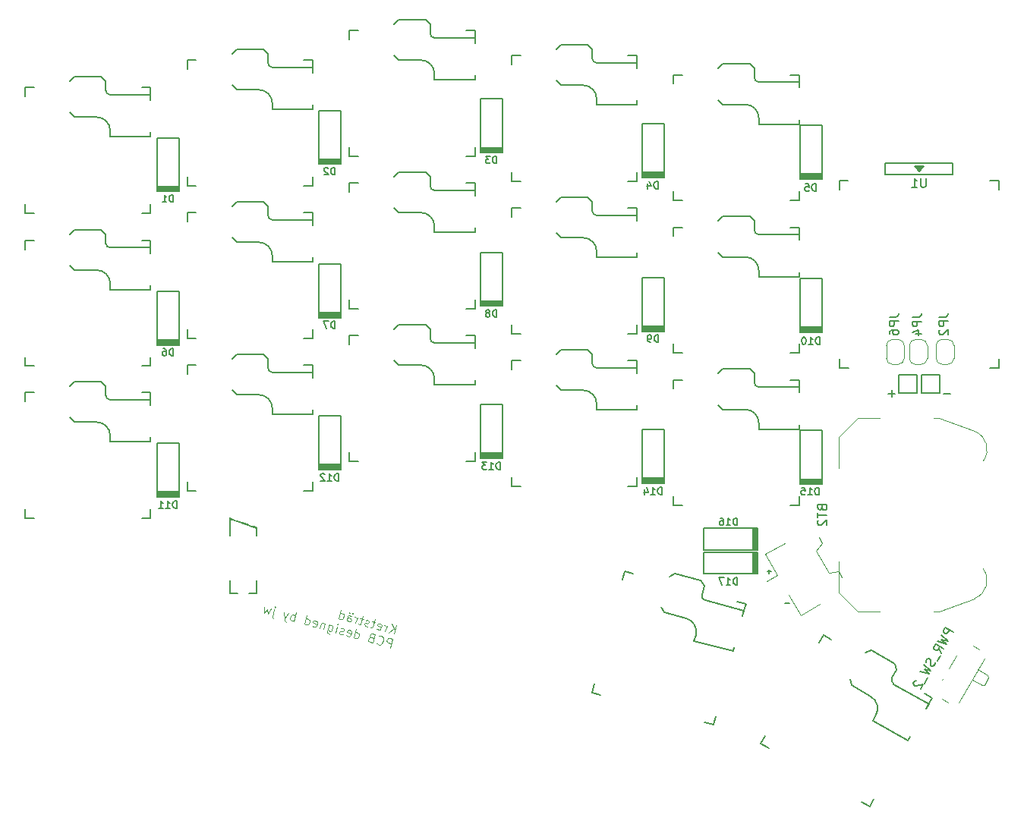
<source format=gbr>
G04 #@! TF.GenerationSoftware,KiCad,Pcbnew,(6.0.6)*
G04 #@! TF.CreationDate,2022-07-07T11:40:50+08:00*
G04 #@! TF.ProjectId,Kretstr_d,4b726574-7374-472e-9464-2e6b69636164,rev?*
G04 #@! TF.SameCoordinates,Original*
G04 #@! TF.FileFunction,Legend,Bot*
G04 #@! TF.FilePolarity,Positive*
%FSLAX46Y46*%
G04 Gerber Fmt 4.6, Leading zero omitted, Abs format (unit mm)*
G04 Created by KiCad (PCBNEW (6.0.6)) date 2022-07-07 11:40:50*
%MOMM*%
%LPD*%
G01*
G04 APERTURE LIST*
%ADD10C,0.150000*%
%ADD11C,0.125000*%
%ADD12C,0.200000*%
%ADD13C,0.120000*%
%ADD14C,0.178000*%
G04 APERTURE END LIST*
D10*
X165218107Y-113368142D02*
X165675250Y-113368142D01*
X165446678Y-113139571D02*
X165446678Y-113596714D01*
X184858976Y-93473107D02*
X185620881Y-93473107D01*
X178712176Y-93473107D02*
X179474081Y-93473107D01*
X179093129Y-93854059D02*
X179093129Y-93092155D01*
X167199307Y-116873342D02*
X167656450Y-116873342D01*
D11*
X123577052Y-120301063D02*
X123844291Y-119337433D01*
X123026406Y-120148356D02*
X123592098Y-119712240D01*
X123293645Y-119184725D02*
X123691583Y-119888079D01*
X122613422Y-120033825D02*
X122791581Y-119391405D01*
X122740678Y-119574953D02*
X122720242Y-119470453D01*
X122687081Y-119411840D01*
X122608032Y-119340502D01*
X122516258Y-119315051D01*
X121662517Y-119720699D02*
X121741566Y-119792038D01*
X121925114Y-119842940D01*
X122029614Y-119822504D01*
X122100953Y-119743456D01*
X122202758Y-119376358D01*
X122182322Y-119271858D01*
X122103273Y-119200520D01*
X121919724Y-119149617D01*
X121815225Y-119170053D01*
X121743886Y-119249102D01*
X121718435Y-119340876D01*
X122151855Y-119559907D01*
X121506740Y-119035087D02*
X121139643Y-118933282D01*
X121458158Y-118675700D02*
X121229097Y-119501669D01*
X121157758Y-119580717D01*
X121053258Y-119601153D01*
X120961484Y-119575702D01*
X120698886Y-119453461D02*
X120594386Y-119473897D01*
X120410838Y-119422994D01*
X120331789Y-119351656D01*
X120311353Y-119247156D01*
X120324079Y-119201269D01*
X120395417Y-119122220D01*
X120499917Y-119101784D01*
X120637579Y-119139961D01*
X120742079Y-119119525D01*
X120813417Y-119040476D01*
X120826143Y-118994589D01*
X120805707Y-118890089D01*
X120726658Y-118818751D01*
X120588997Y-118780574D01*
X120484497Y-118801010D01*
X120176012Y-118666043D02*
X119808915Y-118564238D01*
X120127430Y-118306656D02*
X119898369Y-119132625D01*
X119827030Y-119211674D01*
X119722530Y-119232110D01*
X119630756Y-119206658D01*
X119309546Y-119117579D02*
X119487705Y-118475159D01*
X119436802Y-118658707D02*
X119416366Y-118554207D01*
X119383205Y-118495595D01*
X119304156Y-118424256D01*
X119212382Y-118398805D01*
X118300028Y-118837615D02*
X118440010Y-118332856D01*
X118511349Y-118253808D01*
X118615849Y-118233372D01*
X118799397Y-118284274D01*
X118878446Y-118355613D01*
X118312754Y-118791728D02*
X118391803Y-118863066D01*
X118621238Y-118926694D01*
X118725738Y-118906259D01*
X118797077Y-118827210D01*
X118822528Y-118735436D01*
X118802092Y-118630936D01*
X118723043Y-118559597D01*
X118493608Y-118495969D01*
X118414559Y-118424631D01*
X118980251Y-117988515D02*
X118921638Y-118021677D01*
X118954800Y-118080290D01*
X119013413Y-118047128D01*
X118980251Y-117988515D01*
X118954800Y-118080290D01*
X118613154Y-117886710D02*
X118554541Y-117919872D01*
X118587703Y-117978485D01*
X118646315Y-117945323D01*
X118613154Y-117886710D01*
X118587703Y-117978485D01*
X117428172Y-118595828D02*
X117695410Y-117632197D01*
X117440898Y-118549941D02*
X117519946Y-118621279D01*
X117703495Y-118672182D01*
X117807995Y-118651746D01*
X117866608Y-118618584D01*
X117937946Y-118539536D01*
X118014300Y-118264213D01*
X117993864Y-118159713D01*
X117960703Y-118101100D01*
X117881654Y-118029761D01*
X117698105Y-117978859D01*
X117593605Y-117999295D01*
X123146798Y-121852508D02*
X123414037Y-120888878D01*
X123046939Y-120787073D01*
X122942439Y-120807509D01*
X122883826Y-120840670D01*
X122812488Y-120919719D01*
X122774311Y-121057380D01*
X122794747Y-121161880D01*
X122827909Y-121220493D01*
X122906957Y-121291832D01*
X123274055Y-121393637D01*
X121657973Y-121340788D02*
X121691135Y-121399401D01*
X121816070Y-121483465D01*
X121907845Y-121508916D01*
X122058232Y-121501206D01*
X122175457Y-121434883D01*
X122246796Y-121355834D01*
X122343586Y-121185011D01*
X122381763Y-121047350D01*
X122386778Y-120851075D01*
X122366342Y-120746575D01*
X122300019Y-120629350D01*
X122175083Y-120545286D01*
X122083309Y-120519834D01*
X121932922Y-120527545D01*
X121874309Y-120560706D01*
X121038309Y-120724193D02*
X120887922Y-120731903D01*
X120829309Y-120765065D01*
X120757971Y-120844114D01*
X120719794Y-120981775D01*
X120740230Y-121086275D01*
X120773391Y-121144888D01*
X120852440Y-121216226D01*
X121219537Y-121318032D01*
X121486776Y-120354401D01*
X121165565Y-120265322D01*
X121061066Y-120285757D01*
X121002453Y-120318919D01*
X120931114Y-120397968D01*
X120905663Y-120489742D01*
X120926099Y-120594242D01*
X120959260Y-120652855D01*
X121038309Y-120724193D01*
X121359519Y-120813273D01*
X119108728Y-120732652D02*
X119375966Y-119769022D01*
X119121453Y-120686765D02*
X119200502Y-120758103D01*
X119384051Y-120809006D01*
X119488551Y-120788570D01*
X119547163Y-120755409D01*
X119618502Y-120676360D01*
X119694856Y-120401037D01*
X119674420Y-120296537D01*
X119641258Y-120237924D01*
X119562210Y-120166586D01*
X119378661Y-120115683D01*
X119274161Y-120136119D01*
X118295484Y-120457704D02*
X118374533Y-120529042D01*
X118558082Y-120579945D01*
X118662582Y-120559509D01*
X118733920Y-120480460D01*
X118835725Y-120113363D01*
X118815289Y-120008863D01*
X118736241Y-119937524D01*
X118552692Y-119886622D01*
X118448192Y-119907058D01*
X118376854Y-119986106D01*
X118351402Y-120077881D01*
X118784823Y-120296911D01*
X117882500Y-120343173D02*
X117778000Y-120363609D01*
X117594451Y-120312706D01*
X117515403Y-120241368D01*
X117494967Y-120136868D01*
X117507692Y-120090981D01*
X117579031Y-120011932D01*
X117683531Y-119991496D01*
X117821192Y-120029673D01*
X117925692Y-120009237D01*
X117997031Y-119930188D01*
X118009756Y-119884301D01*
X117989320Y-119779801D01*
X117910272Y-119708463D01*
X117772610Y-119670286D01*
X117668110Y-119690722D01*
X117043805Y-120159999D02*
X117221964Y-119517578D01*
X117311044Y-119196368D02*
X117344205Y-119254981D01*
X117285592Y-119288142D01*
X117252431Y-119229530D01*
X117311044Y-119196368D01*
X117285592Y-119288142D01*
X116350108Y-119275791D02*
X116133772Y-120055873D01*
X116154208Y-120160373D01*
X116187370Y-120218986D01*
X116266418Y-120290324D01*
X116404080Y-120328501D01*
X116508580Y-120308065D01*
X116184675Y-119872324D02*
X116263723Y-119943663D01*
X116447272Y-119994565D01*
X116551772Y-119974129D01*
X116610385Y-119940968D01*
X116681723Y-119861919D01*
X116758077Y-119586596D01*
X116737641Y-119482096D01*
X116704480Y-119423483D01*
X116625431Y-119352145D01*
X116441882Y-119301242D01*
X116337382Y-119321678D01*
X115891236Y-119148535D02*
X115713078Y-119790955D01*
X115865785Y-119240309D02*
X115832624Y-119181696D01*
X115753575Y-119110358D01*
X115615913Y-119072181D01*
X115511413Y-119092617D01*
X115440075Y-119171666D01*
X115300093Y-119676424D01*
X114486850Y-119401476D02*
X114565898Y-119472814D01*
X114749447Y-119523717D01*
X114853947Y-119503281D01*
X114925285Y-119424232D01*
X115027091Y-119057135D01*
X115006655Y-118952635D01*
X114927606Y-118881296D01*
X114744057Y-118830394D01*
X114639557Y-118850830D01*
X114568219Y-118929878D01*
X114542768Y-119021653D01*
X114976188Y-119240683D01*
X113602268Y-119205576D02*
X113869506Y-118241945D01*
X113614994Y-119159689D02*
X113694042Y-119231027D01*
X113877591Y-119281930D01*
X113982091Y-119261494D01*
X114040704Y-119228332D01*
X114112042Y-119149283D01*
X114188396Y-118873960D01*
X114167960Y-118769461D01*
X114134799Y-118710848D01*
X114055750Y-118639509D01*
X113872201Y-118588607D01*
X113767701Y-118609043D01*
X112409202Y-118874709D02*
X112676440Y-117911079D01*
X112574635Y-118278176D02*
X112495586Y-118206838D01*
X112312038Y-118155935D01*
X112207538Y-118176371D01*
X112148925Y-118209533D01*
X112077586Y-118288581D01*
X112001233Y-118563904D01*
X112021668Y-118668404D01*
X112054830Y-118727017D01*
X112133879Y-118798355D01*
X112317427Y-118849258D01*
X112421927Y-118828822D01*
X111807279Y-118015953D02*
X111399684Y-118594745D01*
X111348407Y-117888697D02*
X111399684Y-118594745D01*
X111427830Y-118849632D01*
X111460992Y-118908245D01*
X111540040Y-118979584D01*
X110247115Y-117583281D02*
X110018054Y-118409250D01*
X110038490Y-118513750D01*
X110117538Y-118585089D01*
X110163425Y-118597814D01*
X110336195Y-117262071D02*
X110369356Y-117320684D01*
X110310743Y-117353846D01*
X110277582Y-117295233D01*
X110336195Y-117262071D01*
X110310743Y-117353846D01*
X109880018Y-117481476D02*
X109518310Y-118072994D01*
X109462018Y-117563220D01*
X109151213Y-117971189D01*
X109145823Y-117277866D01*
D10*
X117387413Y-103230573D02*
X117387413Y-102430573D01*
X117196937Y-102430573D01*
X117082651Y-102468669D01*
X117006461Y-102544859D01*
X116968365Y-102621049D01*
X116930270Y-102773430D01*
X116930270Y-102887716D01*
X116968365Y-103040097D01*
X117006461Y-103116288D01*
X117082651Y-103192478D01*
X117196937Y-103230573D01*
X117387413Y-103230573D01*
X116168365Y-103230573D02*
X116625508Y-103230573D01*
X116396937Y-103230573D02*
X116396937Y-102430573D01*
X116473127Y-102544859D01*
X116549318Y-102621049D01*
X116625508Y-102659145D01*
X115863604Y-102506764D02*
X115825508Y-102468669D01*
X115749318Y-102430573D01*
X115558842Y-102430573D01*
X115482651Y-102468669D01*
X115444556Y-102506764D01*
X115406461Y-102582954D01*
X115406461Y-102659145D01*
X115444556Y-102773430D01*
X115901699Y-103230573D01*
X115406461Y-103230573D01*
X171048613Y-87990744D02*
X171048613Y-87190744D01*
X170858137Y-87190744D01*
X170743851Y-87228840D01*
X170667661Y-87305030D01*
X170629565Y-87381220D01*
X170591470Y-87533601D01*
X170591470Y-87647887D01*
X170629565Y-87800268D01*
X170667661Y-87876459D01*
X170743851Y-87952649D01*
X170858137Y-87990744D01*
X171048613Y-87990744D01*
X169829565Y-87990744D02*
X170286708Y-87990744D01*
X170058137Y-87990744D02*
X170058137Y-87190744D01*
X170134327Y-87305030D01*
X170210518Y-87381220D01*
X170286708Y-87419316D01*
X169334327Y-87190744D02*
X169258137Y-87190744D01*
X169181946Y-87228840D01*
X169143851Y-87266935D01*
X169105756Y-87343125D01*
X169067661Y-87495506D01*
X169067661Y-87685982D01*
X169105756Y-87838363D01*
X169143851Y-87914554D01*
X169181946Y-87952649D01*
X169258137Y-87990744D01*
X169334327Y-87990744D01*
X169410518Y-87952649D01*
X169448613Y-87914554D01*
X169486708Y-87838363D01*
X169524804Y-87685982D01*
X169524804Y-87495506D01*
X169486708Y-87343125D01*
X169448613Y-87266935D01*
X169410518Y-87228840D01*
X169334327Y-87190744D01*
X182914879Y-69474980D02*
X182914879Y-70284504D01*
X182867260Y-70379742D01*
X182819641Y-70427361D01*
X182724403Y-70474980D01*
X182533927Y-70474980D01*
X182438689Y-70427361D01*
X182391070Y-70379742D01*
X182343451Y-70284504D01*
X182343451Y-69474980D01*
X181343451Y-70474980D02*
X181914879Y-70474980D01*
X181629165Y-70474980D02*
X181629165Y-69474980D01*
X181724403Y-69617838D01*
X181819641Y-69713076D01*
X181914879Y-69760695D01*
X161865223Y-114837840D02*
X161865223Y-114037840D01*
X161674747Y-114037840D01*
X161560461Y-114075936D01*
X161484271Y-114152126D01*
X161446175Y-114228316D01*
X161408080Y-114380697D01*
X161408080Y-114494983D01*
X161446175Y-114647364D01*
X161484271Y-114723555D01*
X161560461Y-114799745D01*
X161674747Y-114837840D01*
X161865223Y-114837840D01*
X160646175Y-114837840D02*
X161103318Y-114837840D01*
X160874747Y-114837840D02*
X160874747Y-114037840D01*
X160950937Y-114152126D01*
X161027128Y-114228316D01*
X161103318Y-114266412D01*
X160379509Y-114037840D02*
X159846175Y-114037840D01*
X160189033Y-114837840D01*
X153074461Y-87736573D02*
X153074461Y-86936573D01*
X152883985Y-86936573D01*
X152769699Y-86974669D01*
X152693508Y-87050859D01*
X152655413Y-87127049D01*
X152617318Y-87279430D01*
X152617318Y-87393716D01*
X152655413Y-87546097D01*
X152693508Y-87622288D01*
X152769699Y-87698478D01*
X152883985Y-87736573D01*
X153074461Y-87736573D01*
X152236365Y-87736573D02*
X152083985Y-87736573D01*
X152007794Y-87698478D01*
X151969699Y-87660383D01*
X151893508Y-87546097D01*
X151855413Y-87393716D01*
X151855413Y-87088954D01*
X151893508Y-87012764D01*
X151931604Y-86974669D01*
X152007794Y-86936573D01*
X152160175Y-86936573D01*
X152236365Y-86974669D01*
X152274461Y-87012764D01*
X152312556Y-87088954D01*
X152312556Y-87279430D01*
X152274461Y-87355621D01*
X152236365Y-87393716D01*
X152160175Y-87431811D01*
X152007794Y-87431811D01*
X151931604Y-87393716D01*
X151893508Y-87355621D01*
X151855413Y-87279430D01*
X153023661Y-70616773D02*
X153023661Y-69816773D01*
X152833185Y-69816773D01*
X152718899Y-69854869D01*
X152642708Y-69931059D01*
X152604613Y-70007249D01*
X152566518Y-70159630D01*
X152566518Y-70273916D01*
X152604613Y-70426297D01*
X152642708Y-70502488D01*
X152718899Y-70578678D01*
X152833185Y-70616773D01*
X153023661Y-70616773D01*
X151880804Y-70083440D02*
X151880804Y-70616773D01*
X152071280Y-69778678D02*
X152261756Y-70350107D01*
X151766518Y-70350107D01*
X153455413Y-104754573D02*
X153455413Y-103954573D01*
X153264937Y-103954573D01*
X153150651Y-103992669D01*
X153074461Y-104068859D01*
X153036365Y-104145049D01*
X152998270Y-104297430D01*
X152998270Y-104411716D01*
X153036365Y-104564097D01*
X153074461Y-104640288D01*
X153150651Y-104716478D01*
X153264937Y-104754573D01*
X153455413Y-104754573D01*
X152236365Y-104754573D02*
X152693508Y-104754573D01*
X152464937Y-104754573D02*
X152464937Y-103954573D01*
X152541127Y-104068859D01*
X152617318Y-104145049D01*
X152693508Y-104183145D01*
X151550651Y-104221240D02*
X151550651Y-104754573D01*
X151741127Y-103916478D02*
X151931604Y-104487907D01*
X151436365Y-104487907D01*
X98972461Y-72130072D02*
X98972461Y-71330072D01*
X98781985Y-71330072D01*
X98667699Y-71368168D01*
X98591508Y-71444358D01*
X98553413Y-71520548D01*
X98515318Y-71672929D01*
X98515318Y-71787215D01*
X98553413Y-71939596D01*
X98591508Y-72015787D01*
X98667699Y-72091977D01*
X98781985Y-72130072D01*
X98972461Y-72130072D01*
X97753413Y-72130072D02*
X98210556Y-72130072D01*
X97981985Y-72130072D02*
X97981985Y-71330072D01*
X98058175Y-71444358D01*
X98134365Y-71520548D01*
X98210556Y-71558644D01*
X117006461Y-86212573D02*
X117006461Y-85412573D01*
X116815985Y-85412573D01*
X116701699Y-85450669D01*
X116625508Y-85526859D01*
X116587413Y-85603049D01*
X116549318Y-85755430D01*
X116549318Y-85869716D01*
X116587413Y-86022097D01*
X116625508Y-86098288D01*
X116701699Y-86174478D01*
X116815985Y-86212573D01*
X117006461Y-86212573D01*
X116282651Y-85412573D02*
X115749318Y-85412573D01*
X116092175Y-86212573D01*
X135421413Y-101954573D02*
X135421413Y-101154573D01*
X135230937Y-101154573D01*
X135116651Y-101192669D01*
X135040461Y-101268859D01*
X135002365Y-101345049D01*
X134964270Y-101497430D01*
X134964270Y-101611716D01*
X135002365Y-101764097D01*
X135040461Y-101840288D01*
X135116651Y-101916478D01*
X135230937Y-101954573D01*
X135421413Y-101954573D01*
X134202365Y-101954573D02*
X134659508Y-101954573D01*
X134430937Y-101954573D02*
X134430937Y-101154573D01*
X134507127Y-101268859D01*
X134583318Y-101345049D01*
X134659508Y-101383145D01*
X133935699Y-101154573D02*
X133440461Y-101154573D01*
X133707127Y-101459335D01*
X133592842Y-101459335D01*
X133516651Y-101497430D01*
X133478556Y-101535526D01*
X133440461Y-101611716D01*
X133440461Y-101802192D01*
X133478556Y-101878383D01*
X133516651Y-101916478D01*
X133592842Y-101954573D01*
X133821413Y-101954573D01*
X133897604Y-101916478D01*
X133935699Y-101878383D01*
X135040461Y-67806072D02*
X135040461Y-67006072D01*
X134849985Y-67006072D01*
X134735699Y-67044168D01*
X134659508Y-67120358D01*
X134621413Y-67196548D01*
X134583318Y-67348929D01*
X134583318Y-67463215D01*
X134621413Y-67615596D01*
X134659508Y-67691787D01*
X134735699Y-67767977D01*
X134849985Y-67806072D01*
X135040461Y-67806072D01*
X134316651Y-67006072D02*
X133821413Y-67006072D01*
X134088080Y-67310834D01*
X133973794Y-67310834D01*
X133897604Y-67348929D01*
X133859508Y-67387025D01*
X133821413Y-67463215D01*
X133821413Y-67653691D01*
X133859508Y-67729882D01*
X133897604Y-67767977D01*
X133973794Y-67806072D01*
X134202365Y-67806072D01*
X134278556Y-67767977D01*
X134316651Y-67729882D01*
X135040461Y-84936573D02*
X135040461Y-84136573D01*
X134849985Y-84136573D01*
X134735699Y-84174669D01*
X134659508Y-84250859D01*
X134621413Y-84327049D01*
X134583318Y-84479430D01*
X134583318Y-84593716D01*
X134621413Y-84746097D01*
X134659508Y-84822288D01*
X134735699Y-84898478D01*
X134849985Y-84936573D01*
X135040461Y-84936573D01*
X134126175Y-84479430D02*
X134202365Y-84441335D01*
X134240461Y-84403240D01*
X134278556Y-84327049D01*
X134278556Y-84288954D01*
X134240461Y-84212764D01*
X134202365Y-84174669D01*
X134126175Y-84136573D01*
X133973794Y-84136573D01*
X133897604Y-84174669D01*
X133859508Y-84212764D01*
X133821413Y-84288954D01*
X133821413Y-84327049D01*
X133859508Y-84403240D01*
X133897604Y-84441335D01*
X133973794Y-84479430D01*
X134126175Y-84479430D01*
X134202365Y-84517526D01*
X134240461Y-84555621D01*
X134278556Y-84631811D01*
X134278556Y-84784192D01*
X134240461Y-84860383D01*
X134202365Y-84898478D01*
X134126175Y-84936573D01*
X133973794Y-84936573D01*
X133897604Y-84898478D01*
X133859508Y-84860383D01*
X133821413Y-84784192D01*
X133821413Y-84631811D01*
X133859508Y-84555621D01*
X133897604Y-84517526D01*
X133973794Y-84479430D01*
X98972461Y-89260573D02*
X98972461Y-88460573D01*
X98781985Y-88460573D01*
X98667699Y-88498669D01*
X98591508Y-88574859D01*
X98553413Y-88651049D01*
X98515318Y-88803430D01*
X98515318Y-88917716D01*
X98553413Y-89070097D01*
X98591508Y-89146288D01*
X98667699Y-89222478D01*
X98781985Y-89260573D01*
X98972461Y-89260573D01*
X97829604Y-88460573D02*
X97981985Y-88460573D01*
X98058175Y-88498669D01*
X98096270Y-88536764D01*
X98172461Y-88651049D01*
X98210556Y-88803430D01*
X98210556Y-89108192D01*
X98172461Y-89184383D01*
X98134365Y-89222478D01*
X98058175Y-89260573D01*
X97905794Y-89260573D01*
X97829604Y-89222478D01*
X97791508Y-89184383D01*
X97753413Y-89108192D01*
X97753413Y-88917716D01*
X97791508Y-88841526D01*
X97829604Y-88803430D01*
X97905794Y-88765335D01*
X98058175Y-88765335D01*
X98134365Y-88803430D01*
X98172461Y-88841526D01*
X98210556Y-88917716D01*
X117006461Y-69082072D02*
X117006461Y-68282072D01*
X116815985Y-68282072D01*
X116701699Y-68320168D01*
X116625508Y-68396358D01*
X116587413Y-68472548D01*
X116549318Y-68624929D01*
X116549318Y-68739215D01*
X116587413Y-68891596D01*
X116625508Y-68967787D01*
X116701699Y-69043977D01*
X116815985Y-69082072D01*
X117006461Y-69082072D01*
X116244556Y-68358263D02*
X116206461Y-68320168D01*
X116130270Y-68282072D01*
X115939794Y-68282072D01*
X115863604Y-68320168D01*
X115825508Y-68358263D01*
X115787413Y-68434453D01*
X115787413Y-68510644D01*
X115825508Y-68624929D01*
X116282651Y-69082072D01*
X115787413Y-69082072D01*
X161865223Y-108160440D02*
X161865223Y-107360440D01*
X161674747Y-107360440D01*
X161560461Y-107398536D01*
X161484271Y-107474726D01*
X161446175Y-107550916D01*
X161408080Y-107703297D01*
X161408080Y-107817583D01*
X161446175Y-107969964D01*
X161484271Y-108046155D01*
X161560461Y-108122345D01*
X161674747Y-108160440D01*
X161865223Y-108160440D01*
X160646175Y-108160440D02*
X161103318Y-108160440D01*
X160874747Y-108160440D02*
X160874747Y-107360440D01*
X160950937Y-107474726D01*
X161027128Y-107550916D01*
X161103318Y-107589012D01*
X159960461Y-107360440D02*
X160112842Y-107360440D01*
X160189033Y-107398536D01*
X160227128Y-107436631D01*
X160303318Y-107550916D01*
X160341414Y-107703297D01*
X160341414Y-108008059D01*
X160303318Y-108084250D01*
X160265223Y-108122345D01*
X160189033Y-108160440D01*
X160036652Y-108160440D01*
X159960461Y-108122345D01*
X159922366Y-108084250D01*
X159884271Y-108008059D01*
X159884271Y-107817583D01*
X159922366Y-107741393D01*
X159960461Y-107703297D01*
X160036652Y-107665202D01*
X160189033Y-107665202D01*
X160265223Y-107703297D01*
X160303318Y-107741393D01*
X160341414Y-107817583D01*
X99353413Y-106278573D02*
X99353413Y-105478573D01*
X99162937Y-105478573D01*
X99048651Y-105516669D01*
X98972461Y-105592859D01*
X98934365Y-105669049D01*
X98896270Y-105821430D01*
X98896270Y-105935716D01*
X98934365Y-106088097D01*
X98972461Y-106164288D01*
X99048651Y-106240478D01*
X99162937Y-106278573D01*
X99353413Y-106278573D01*
X98134365Y-106278573D02*
X98591508Y-106278573D01*
X98362937Y-106278573D02*
X98362937Y-105478573D01*
X98439127Y-105592859D01*
X98515318Y-105669049D01*
X98591508Y-105707145D01*
X97372461Y-106278573D02*
X97829604Y-106278573D01*
X97601032Y-106278573D02*
X97601032Y-105478573D01*
X97677223Y-105592859D01*
X97753413Y-105669049D01*
X97829604Y-105707145D01*
X170981413Y-104794472D02*
X170981413Y-103994472D01*
X170790937Y-103994472D01*
X170676651Y-104032568D01*
X170600461Y-104108758D01*
X170562365Y-104184948D01*
X170524270Y-104337329D01*
X170524270Y-104451615D01*
X170562365Y-104603996D01*
X170600461Y-104680187D01*
X170676651Y-104756377D01*
X170790937Y-104794472D01*
X170981413Y-104794472D01*
X169762365Y-104794472D02*
X170219508Y-104794472D01*
X169990937Y-104794472D02*
X169990937Y-103994472D01*
X170067127Y-104108758D01*
X170143318Y-104184948D01*
X170219508Y-104223044D01*
X169038556Y-103994472D02*
X169419508Y-103994472D01*
X169457604Y-104375425D01*
X169419508Y-104337329D01*
X169343318Y-104299234D01*
X169152842Y-104299234D01*
X169076651Y-104337329D01*
X169038556Y-104375425D01*
X169000461Y-104451615D01*
X169000461Y-104642091D01*
X169038556Y-104718282D01*
X169076651Y-104756377D01*
X169152842Y-104794472D01*
X169343318Y-104794472D01*
X169419508Y-104756377D01*
X169457604Y-104718282D01*
X170651261Y-70870973D02*
X170651261Y-70070973D01*
X170460785Y-70070973D01*
X170346499Y-70109069D01*
X170270308Y-70185259D01*
X170232213Y-70261449D01*
X170194118Y-70413830D01*
X170194118Y-70528116D01*
X170232213Y-70680497D01*
X170270308Y-70756688D01*
X170346499Y-70832878D01*
X170460785Y-70870973D01*
X170651261Y-70870973D01*
X169470308Y-70070973D02*
X169851261Y-70070973D01*
X169889356Y-70451926D01*
X169851261Y-70413830D01*
X169775070Y-70375735D01*
X169584594Y-70375735D01*
X169508404Y-70413830D01*
X169470308Y-70451926D01*
X169432213Y-70528116D01*
X169432213Y-70718592D01*
X169470308Y-70794783D01*
X169508404Y-70832878D01*
X169584594Y-70870973D01*
X169775070Y-70870973D01*
X169851261Y-70832878D01*
X169889356Y-70794783D01*
X185946966Y-120129803D02*
X185080940Y-119629803D01*
X184890464Y-119959717D01*
X184884084Y-120066005D01*
X184901514Y-120131054D01*
X184960183Y-120219913D01*
X185083901Y-120291341D01*
X185190189Y-120297721D01*
X185255238Y-120280291D01*
X185344096Y-120221622D01*
X185534573Y-119891708D01*
X184628559Y-120413350D02*
X185375537Y-121119546D01*
X184661709Y-120927360D01*
X185185061Y-121449461D01*
X184199988Y-121155657D01*
X184589823Y-122480443D02*
X184344096Y-121953673D01*
X184875537Y-121985572D02*
X184009512Y-121485572D01*
X183819036Y-121815486D01*
X183812656Y-121921774D01*
X183830086Y-121986823D01*
X183888755Y-122075681D01*
X184012473Y-122147110D01*
X184118761Y-122153490D01*
X184183810Y-122136060D01*
X184272668Y-122077391D01*
X184463144Y-121747476D01*
X184577063Y-122693019D02*
X184196111Y-123352848D01*
X183977155Y-123446377D02*
X183946966Y-123593904D01*
X183827918Y-123800101D01*
X183739060Y-123858770D01*
X183674011Y-123876200D01*
X183567723Y-123869820D01*
X183485244Y-123822201D01*
X183426575Y-123733343D01*
X183409145Y-123668294D01*
X183415525Y-123562006D01*
X183469524Y-123373239D01*
X183475904Y-123266951D01*
X183458474Y-123201902D01*
X183399805Y-123113044D01*
X183317326Y-123065425D01*
X183211038Y-123059045D01*
X183145989Y-123076475D01*
X183057131Y-123135144D01*
X182938083Y-123341340D01*
X182907894Y-123488868D01*
X182699988Y-123753733D02*
X183446966Y-124459930D01*
X182733138Y-124267744D01*
X183256490Y-124789844D01*
X182271416Y-124496041D01*
X183148492Y-125167378D02*
X182767540Y-125827207D01*
X181806276Y-125492164D02*
X181741227Y-125509594D01*
X181652369Y-125568263D01*
X181533321Y-125774459D01*
X181526942Y-125880747D01*
X181544371Y-125945796D01*
X181603040Y-126034655D01*
X181685519Y-126082274D01*
X181833046Y-126112463D01*
X182613632Y-125903305D01*
X182304109Y-126439416D01*
X171335556Y-106244253D02*
X171383175Y-106387110D01*
X171430794Y-106434729D01*
X171526032Y-106482348D01*
X171668889Y-106482348D01*
X171764127Y-106434729D01*
X171811746Y-106387110D01*
X171859365Y-106291872D01*
X171859365Y-105910920D01*
X170859365Y-105910920D01*
X170859365Y-106244253D01*
X170906985Y-106339491D01*
X170954604Y-106387110D01*
X171049842Y-106434729D01*
X171145080Y-106434729D01*
X171240318Y-106387110D01*
X171287937Y-106339491D01*
X171335556Y-106244253D01*
X171335556Y-105910920D01*
X170859365Y-106768063D02*
X170859365Y-107339491D01*
X171859365Y-107053777D02*
X170859365Y-107053777D01*
X170954604Y-107625206D02*
X170906985Y-107672825D01*
X170859365Y-107768063D01*
X170859365Y-108006158D01*
X170906985Y-108101396D01*
X170954604Y-108149015D01*
X171049842Y-108196634D01*
X171145080Y-108196634D01*
X171287937Y-108149015D01*
X171859365Y-107577587D01*
X171859365Y-108196634D01*
X181422730Y-84956266D02*
X182137016Y-84956266D01*
X182279873Y-84908647D01*
X182375111Y-84813409D01*
X182422730Y-84670552D01*
X182422730Y-84575314D01*
X182422730Y-85432457D02*
X181422730Y-85432457D01*
X181422730Y-85813409D01*
X181470350Y-85908647D01*
X181517969Y-85956266D01*
X181613207Y-86003885D01*
X181756064Y-86003885D01*
X181851302Y-85956266D01*
X181898921Y-85908647D01*
X181946540Y-85813409D01*
X181946540Y-85432457D01*
X181756064Y-86861028D02*
X182422730Y-86861028D01*
X181375111Y-86622933D02*
X182089397Y-86384838D01*
X182089397Y-87003885D01*
X178857330Y-84942466D02*
X179571616Y-84942466D01*
X179714473Y-84894847D01*
X179809711Y-84799609D01*
X179857330Y-84656752D01*
X179857330Y-84561514D01*
X179857330Y-85418657D02*
X178857330Y-85418657D01*
X178857330Y-85799609D01*
X178904950Y-85894847D01*
X178952569Y-85942466D01*
X179047807Y-85990085D01*
X179190664Y-85990085D01*
X179285902Y-85942466D01*
X179333521Y-85894847D01*
X179381140Y-85799609D01*
X179381140Y-85418657D01*
X178857330Y-86847228D02*
X178857330Y-86656752D01*
X178904950Y-86561514D01*
X178952569Y-86513895D01*
X179095426Y-86418657D01*
X179285902Y-86371038D01*
X179666854Y-86371038D01*
X179762092Y-86418657D01*
X179809711Y-86466276D01*
X179857330Y-86561514D01*
X179857330Y-86751990D01*
X179809711Y-86847228D01*
X179762092Y-86894847D01*
X179666854Y-86942466D01*
X179428759Y-86942466D01*
X179333521Y-86894847D01*
X179285902Y-86847228D01*
X179238283Y-86751990D01*
X179238283Y-86561514D01*
X179285902Y-86466276D01*
X179333521Y-86418657D01*
X179428759Y-86371038D01*
X184394530Y-84942466D02*
X185108816Y-84942466D01*
X185251673Y-84894847D01*
X185346911Y-84799609D01*
X185394530Y-84656752D01*
X185394530Y-84561514D01*
X185394530Y-85418657D02*
X184394530Y-85418657D01*
X184394530Y-85799609D01*
X184442150Y-85894847D01*
X184489769Y-85942466D01*
X184585007Y-85990085D01*
X184727864Y-85990085D01*
X184823102Y-85942466D01*
X184870721Y-85894847D01*
X184918340Y-85799609D01*
X184918340Y-85418657D01*
X184489769Y-86371038D02*
X184442150Y-86418657D01*
X184394530Y-86513895D01*
X184394530Y-86751990D01*
X184442150Y-86847228D01*
X184489769Y-86894847D01*
X184585007Y-86942466D01*
X184680245Y-86942466D01*
X184823102Y-86894847D01*
X185394530Y-86323419D01*
X185394530Y-86942466D01*
X159210522Y-130468282D02*
X158244597Y-130209463D01*
X161868063Y-116686501D02*
X162833989Y-116945321D01*
X162626934Y-117718061D02*
X158280268Y-116553375D01*
X145687561Y-126844815D02*
X145946380Y-125878890D01*
X161410484Y-122257913D02*
X161539894Y-121774950D01*
X162471642Y-118297617D02*
X162626934Y-117718061D01*
X149311028Y-113321854D02*
X150276953Y-113580673D01*
X162833989Y-116945321D02*
X162575170Y-117911246D01*
X157926714Y-115941003D02*
X158185533Y-114975077D01*
X149052208Y-114287780D02*
X149311028Y-113321854D01*
X146653487Y-127103635D02*
X145687561Y-126844815D01*
X159469342Y-129502356D02*
X159210522Y-130468282D01*
X154321830Y-113939801D02*
X154934202Y-113586248D01*
X157063818Y-121093227D02*
X161410484Y-122257913D01*
X153769517Y-117932914D02*
X156184331Y-118579961D01*
X157831980Y-114362705D02*
X158185533Y-114975077D01*
X153415963Y-117320541D02*
X153769517Y-117932914D01*
X154934202Y-113586248D02*
X157831980Y-114362705D01*
X157244991Y-120417079D02*
X157063818Y-121093227D01*
X157926715Y-115941003D02*
G75*
G03*
X158280268Y-116553375I482963J-129409D01*
G01*
X157244992Y-120417079D02*
G75*
G03*
X156184331Y-118579961I-1448890J388228D01*
G01*
X118609575Y-66988800D02*
X118609575Y-65988800D01*
X127609575Y-53288800D02*
X127609575Y-52288800D01*
X132609575Y-65988800D02*
X132609575Y-66988800D01*
X128109575Y-58488800D02*
X132609575Y-58488800D01*
X132609575Y-52988800D02*
X132609575Y-53988800D01*
X127109575Y-51788800D02*
X127609575Y-52288800D01*
X128109575Y-57788800D02*
X128109575Y-58488800D01*
X123609575Y-55788800D02*
X124109575Y-56288800D01*
X119609575Y-66988800D02*
X118609575Y-66988800D01*
X124109575Y-56288800D02*
X126609575Y-56288800D01*
X123609575Y-52288800D02*
X124109575Y-51788800D01*
X118609575Y-53988800D02*
X118609575Y-52988800D01*
X131609575Y-52988800D02*
X132609575Y-52988800D01*
X132609575Y-58488800D02*
X132609575Y-57988800D01*
X132609575Y-54388800D02*
X132609575Y-53788800D01*
X132609575Y-53788800D02*
X128109575Y-53788800D01*
X118609575Y-52988800D02*
X119609575Y-52988800D01*
X132609575Y-66988800D02*
X131609575Y-66988800D01*
X124109575Y-51788800D02*
X127109575Y-51788800D01*
X127609575Y-53288800D02*
G75*
G03*
X128109575Y-53788800I500001J1D01*
G01*
X128109575Y-57788800D02*
G75*
G03*
X126609575Y-56288800I-1500001J-1D01*
G01*
D12*
X117628333Y-95981991D02*
X115228333Y-95981991D01*
X115228333Y-95981991D02*
X115228333Y-101981991D01*
X115228333Y-101981991D02*
X117628333Y-101981991D01*
X117628333Y-101981991D02*
X117628333Y-95981991D01*
G36*
X117628333Y-101981991D02*
G01*
X115228333Y-101981991D01*
X115228333Y-101423591D01*
X117628333Y-101423591D01*
X117628333Y-101981991D01*
G37*
X117628333Y-101981991D02*
X115228333Y-101981991D01*
X115228333Y-101423591D01*
X117628333Y-101423591D01*
X117628333Y-101981991D01*
D10*
X87939975Y-96680800D02*
X90439975Y-96680800D01*
X96439975Y-93380800D02*
X96439975Y-94380800D01*
X91939975Y-98880800D02*
X96439975Y-98880800D01*
X83439975Y-107380800D02*
X82439975Y-107380800D01*
X96439975Y-107380800D02*
X95439975Y-107380800D01*
X91939975Y-98180800D02*
X91939975Y-98880800D01*
X87939975Y-92180800D02*
X90939975Y-92180800D01*
X96439975Y-94780800D02*
X96439975Y-94180800D01*
X90939975Y-92180800D02*
X91439975Y-92680800D01*
X96439975Y-106380800D02*
X96439975Y-107380800D01*
X91439975Y-93680800D02*
X91439975Y-92680800D01*
X82439975Y-93380800D02*
X83439975Y-93380800D01*
X87439975Y-92680800D02*
X87939975Y-92180800D01*
X82439975Y-94380800D02*
X82439975Y-93380800D01*
X87439975Y-96180800D02*
X87939975Y-96680800D01*
X96439975Y-94180800D02*
X91939975Y-94180800D01*
X96439975Y-98880800D02*
X96439975Y-98380800D01*
X95439975Y-93380800D02*
X96439975Y-93380800D01*
X82439975Y-107380800D02*
X82439975Y-106380800D01*
X91939975Y-98180800D02*
G75*
G03*
X90439975Y-96680800I-1500001J-1D01*
G01*
X91439975Y-93680800D02*
G75*
G03*
X91939975Y-94180800I500001J1D01*
G01*
D12*
X171323933Y-80640391D02*
X168923933Y-80640391D01*
X168923933Y-80640391D02*
X168923933Y-86640391D01*
X168923933Y-86640391D02*
X171323933Y-86640391D01*
X171323933Y-86640391D02*
X171323933Y-80640391D01*
G36*
X171323933Y-86640391D02*
G01*
X168923933Y-86640391D01*
X168923933Y-86081991D01*
X171323933Y-86081991D01*
X171323933Y-86640391D01*
G37*
X171323933Y-86640391D02*
X168923933Y-86640391D01*
X168923933Y-86081991D01*
X171323933Y-86081991D01*
X171323933Y-86640391D01*
D10*
X185902975Y-67749800D02*
X185902975Y-69049800D01*
X191052975Y-90639800D02*
X190052975Y-90639800D01*
X185902975Y-69049800D02*
X178402975Y-69049800D01*
X191052975Y-69751600D02*
X190052975Y-69751600D01*
X182152975Y-68749800D02*
X182652975Y-68099800D01*
X178402975Y-69049800D02*
X178402975Y-67749800D01*
X173252975Y-69751600D02*
X174202975Y-69751600D01*
X191052975Y-69751600D02*
X191052975Y-70751600D01*
X182402975Y-68399800D02*
X181902975Y-68399800D01*
X182502975Y-68249800D02*
X181802975Y-68249800D01*
X173252975Y-90639800D02*
X174262975Y-90639800D01*
X173252975Y-69751600D02*
X173252975Y-70751600D01*
X191052975Y-89589800D02*
X191052975Y-90639800D01*
X181652975Y-68099800D02*
X182152975Y-68749800D01*
X182652975Y-68099800D02*
X181652975Y-68099800D01*
X173252975Y-89639800D02*
X173252975Y-90639800D01*
X182302975Y-68549800D02*
X182002975Y-68549800D01*
X178402975Y-67749800D02*
X185902975Y-67749800D01*
X146194375Y-78306800D02*
X150694375Y-78306800D01*
X150694375Y-72806800D02*
X150694375Y-73806800D01*
X150694375Y-78306800D02*
X150694375Y-77806800D01*
X150694375Y-73606800D02*
X146194375Y-73606800D01*
X142194375Y-76106800D02*
X144694375Y-76106800D01*
X136694375Y-86806800D02*
X136694375Y-85806800D01*
X137694375Y-86806800D02*
X136694375Y-86806800D01*
X150694375Y-74206800D02*
X150694375Y-73606800D01*
X141694375Y-72106800D02*
X142194375Y-71606800D01*
X141694375Y-75606800D02*
X142194375Y-76106800D01*
X149694375Y-72806800D02*
X150694375Y-72806800D01*
X150694375Y-86806800D02*
X149694375Y-86806800D01*
X145194375Y-71606800D02*
X145694375Y-72106800D01*
X142194375Y-71606800D02*
X145194375Y-71606800D01*
X136694375Y-72806800D02*
X137694375Y-72806800D01*
X146194375Y-77606800D02*
X146194375Y-78306800D01*
X150694375Y-85806800D02*
X150694375Y-86806800D01*
X136694375Y-73806800D02*
X136694375Y-72806800D01*
X145694375Y-73106800D02*
X145694375Y-72106800D01*
X146194375Y-77606800D02*
G75*
G03*
X144694375Y-76106800I-1500001J-1D01*
G01*
X145694375Y-73106800D02*
G75*
G03*
X146194375Y-73606800I500001J1D01*
G01*
D12*
X158170985Y-111208168D02*
X164170985Y-111208168D01*
X164170985Y-111208168D02*
X164170985Y-113608168D01*
X164170985Y-113608168D02*
X158170985Y-113608168D01*
X158170985Y-113608168D02*
X158170985Y-111208168D01*
G36*
X164170985Y-113608168D02*
G01*
X163612585Y-113608168D01*
X163612585Y-111208168D01*
X164170985Y-111208168D01*
X164170985Y-113608168D01*
G37*
X164170985Y-113608168D02*
X163612585Y-113608168D01*
X163612585Y-111208168D01*
X164170985Y-111208168D01*
X164170985Y-113608168D01*
D10*
X184428375Y-93430600D02*
X182428375Y-93430600D01*
X184428375Y-91430600D02*
X184428375Y-93430600D01*
X182428375Y-93430600D02*
X182428375Y-91430600D01*
X182428375Y-91430600D02*
X184428375Y-91430600D01*
D12*
X153696333Y-80535791D02*
X151296333Y-80535791D01*
X151296333Y-80535791D02*
X151296333Y-86535791D01*
X151296333Y-86535791D02*
X153696333Y-86535791D01*
X153696333Y-86535791D02*
X153696333Y-80535791D01*
G36*
X153696333Y-86535791D02*
G01*
X151296333Y-86535791D01*
X151296333Y-85977391D01*
X153696333Y-85977391D01*
X153696333Y-86535791D01*
G37*
X153696333Y-86535791D02*
X151296333Y-86535791D01*
X151296333Y-85977391D01*
X153696333Y-85977391D01*
X153696333Y-86535791D01*
D10*
X159779175Y-74240400D02*
X160279175Y-73740400D01*
X163779175Y-75240400D02*
X163779175Y-74240400D01*
X160279175Y-78240400D02*
X162779175Y-78240400D01*
X168779175Y-87940400D02*
X168779175Y-88940400D01*
X168779175Y-88940400D02*
X167779175Y-88940400D01*
X167779175Y-74940400D02*
X168779175Y-74940400D01*
X168779175Y-74940400D02*
X168779175Y-75940400D01*
X164279175Y-80440400D02*
X168779175Y-80440400D01*
X168779175Y-76340400D02*
X168779175Y-75740400D01*
X160279175Y-73740400D02*
X163279175Y-73740400D01*
X163279175Y-73740400D02*
X163779175Y-74240400D01*
X164279175Y-79740400D02*
X164279175Y-80440400D01*
X155779175Y-88940400D02*
X154779175Y-88940400D01*
X159779175Y-77740400D02*
X160279175Y-78240400D01*
X154779175Y-88940400D02*
X154779175Y-87940400D01*
X154779175Y-74940400D02*
X155779175Y-74940400D01*
X154779175Y-75940400D02*
X154779175Y-74940400D01*
X168779175Y-75740400D02*
X164279175Y-75740400D01*
X168779175Y-80440400D02*
X168779175Y-79940400D01*
X164279175Y-79740400D02*
G75*
G03*
X162779175Y-78240400I-1500001J-1D01*
G01*
X163779175Y-75240400D02*
G75*
G03*
X164279175Y-75740400I500001J1D01*
G01*
D12*
X153696333Y-63368191D02*
X151296333Y-63368191D01*
X151296333Y-63368191D02*
X151296333Y-69368191D01*
X151296333Y-69368191D02*
X153696333Y-69368191D01*
X153696333Y-69368191D02*
X153696333Y-63368191D01*
G36*
X153696333Y-69368191D02*
G01*
X151296333Y-69368191D01*
X151296333Y-68809791D01*
X153696333Y-68809791D01*
X153696333Y-69368191D01*
G37*
X153696333Y-69368191D02*
X151296333Y-69368191D01*
X151296333Y-68809791D01*
X153696333Y-68809791D01*
X153696333Y-69368191D01*
X153696333Y-97505991D02*
X151296333Y-97505991D01*
X151296333Y-97505991D02*
X151296333Y-103505991D01*
X151296333Y-103505991D02*
X153696333Y-103505991D01*
X153696333Y-103505991D02*
X153696333Y-97505991D01*
G36*
X153696333Y-103505991D02*
G01*
X151296333Y-103505991D01*
X151296333Y-102947591D01*
X153696333Y-102947591D01*
X153696333Y-103505991D01*
G37*
X153696333Y-103505991D02*
X151296333Y-103505991D01*
X151296333Y-102947591D01*
X153696333Y-102947591D01*
X153696333Y-103505991D01*
X99594333Y-64943191D02*
X97194333Y-64943191D01*
X97194333Y-64943191D02*
X97194333Y-70943191D01*
X97194333Y-70943191D02*
X99594333Y-70943191D01*
X99594333Y-70943191D02*
X99594333Y-64943191D01*
G36*
X99594333Y-70943191D02*
G01*
X97194333Y-70943191D01*
X97194333Y-70384791D01*
X99594333Y-70384791D01*
X99594333Y-70943191D01*
G37*
X99594333Y-70943191D02*
X97194333Y-70943191D01*
X97194333Y-70384791D01*
X99594333Y-70384791D01*
X99594333Y-70943191D01*
D10*
X106024775Y-55096800D02*
X109024775Y-55096800D01*
X105524775Y-59096800D02*
X106024775Y-59596800D01*
X113524775Y-56296800D02*
X114524775Y-56296800D01*
X105524775Y-55596800D02*
X106024775Y-55096800D01*
X114524775Y-56296800D02*
X114524775Y-57296800D01*
X106024775Y-59596800D02*
X108524775Y-59596800D01*
X114524775Y-61796800D02*
X114524775Y-61296800D01*
X101524775Y-70296800D02*
X100524775Y-70296800D01*
X109524775Y-56596800D02*
X109524775Y-55596800D01*
X114524775Y-57696800D02*
X114524775Y-57096800D01*
X114524775Y-57096800D02*
X110024775Y-57096800D01*
X114524775Y-69296800D02*
X114524775Y-70296800D01*
X114524775Y-70296800D02*
X113524775Y-70296800D01*
X100524775Y-56296800D02*
X101524775Y-56296800D01*
X110024775Y-61796800D02*
X114524775Y-61796800D01*
X100524775Y-70296800D02*
X100524775Y-69296800D01*
X100524775Y-57296800D02*
X100524775Y-56296800D01*
X110024775Y-61096800D02*
X110024775Y-61796800D01*
X109024775Y-55096800D02*
X109524775Y-55596800D01*
X109524775Y-56596800D02*
G75*
G03*
X110024775Y-57096800I500001J1D01*
G01*
X110024775Y-61096800D02*
G75*
G03*
X108524775Y-59596800I-1500001J-1D01*
G01*
D12*
X117628333Y-79011791D02*
X115228333Y-79011791D01*
X115228333Y-79011791D02*
X115228333Y-85011791D01*
X115228333Y-85011791D02*
X117628333Y-85011791D01*
X117628333Y-85011791D02*
X117628333Y-79011791D01*
G36*
X117628333Y-85011791D02*
G01*
X115228333Y-85011791D01*
X115228333Y-84453391D01*
X117628333Y-84453391D01*
X117628333Y-85011791D01*
G37*
X117628333Y-85011791D02*
X115228333Y-85011791D01*
X115228333Y-84453391D01*
X117628333Y-84453391D01*
X117628333Y-85011791D01*
D10*
X168779175Y-97458400D02*
X168779175Y-96958400D01*
X167779175Y-91958400D02*
X168779175Y-91958400D01*
X154779175Y-91958400D02*
X155779175Y-91958400D01*
X168779175Y-104958400D02*
X168779175Y-105958400D01*
X168779175Y-92758400D02*
X164279175Y-92758400D01*
X159779175Y-94758400D02*
X160279175Y-95258400D01*
X160279175Y-95258400D02*
X162779175Y-95258400D01*
X168779175Y-93358400D02*
X168779175Y-92758400D01*
X159779175Y-91258400D02*
X160279175Y-90758400D01*
X160279175Y-90758400D02*
X163279175Y-90758400D01*
X163279175Y-90758400D02*
X163779175Y-91258400D01*
X163779175Y-92258400D02*
X163779175Y-91258400D01*
X164279175Y-96758400D02*
X164279175Y-97458400D01*
X154779175Y-92958400D02*
X154779175Y-91958400D01*
X168779175Y-105958400D02*
X167779175Y-105958400D01*
X155779175Y-105958400D02*
X154779175Y-105958400D01*
X154779175Y-105958400D02*
X154779175Y-104958400D01*
X164279175Y-97458400D02*
X168779175Y-97458400D01*
X168779175Y-91958400D02*
X168779175Y-92958400D01*
X163779175Y-92258400D02*
G75*
G03*
X164279175Y-92758400I500001J1D01*
G01*
X164279175Y-96758400D02*
G75*
G03*
X162779175Y-95258400I-1500001J-1D01*
G01*
X118609575Y-70006800D02*
X119609575Y-70006800D01*
X123609575Y-72806800D02*
X124109575Y-73306800D01*
X124109575Y-73306800D02*
X126609575Y-73306800D01*
X132609575Y-70806800D02*
X128109575Y-70806800D01*
X124109575Y-68806800D02*
X127109575Y-68806800D01*
X131609575Y-70006800D02*
X132609575Y-70006800D01*
X132609575Y-83006800D02*
X132609575Y-84006800D01*
X123609575Y-69306800D02*
X124109575Y-68806800D01*
X132609575Y-75506800D02*
X132609575Y-75006800D01*
X118609575Y-71006800D02*
X118609575Y-70006800D01*
X132609575Y-84006800D02*
X131609575Y-84006800D01*
X118609575Y-84006800D02*
X118609575Y-83006800D01*
X128109575Y-74806800D02*
X128109575Y-75506800D01*
X127609575Y-70306800D02*
X127609575Y-69306800D01*
X132609575Y-70006800D02*
X132609575Y-71006800D01*
X128109575Y-75506800D02*
X132609575Y-75506800D01*
X119609575Y-84006800D02*
X118609575Y-84006800D01*
X132609575Y-71406800D02*
X132609575Y-70806800D01*
X127109575Y-68806800D02*
X127609575Y-69306800D01*
X128109575Y-74806800D02*
G75*
G03*
X126609575Y-73306800I-1500001J-1D01*
G01*
X127609575Y-70306800D02*
G75*
G03*
X128109575Y-70806800I500001J1D01*
G01*
D12*
X135662333Y-94705991D02*
X133262333Y-94705991D01*
X133262333Y-94705991D02*
X133262333Y-100705991D01*
X133262333Y-100705991D02*
X135662333Y-100705991D01*
X135662333Y-100705991D02*
X135662333Y-94705991D01*
G36*
X135662333Y-100705991D02*
G01*
X133262333Y-100705991D01*
X133262333Y-100147591D01*
X135662333Y-100147591D01*
X135662333Y-100705991D01*
G37*
X135662333Y-100705991D02*
X133262333Y-100705991D01*
X133262333Y-100147591D01*
X135662333Y-100147591D01*
X135662333Y-100705991D01*
X135662333Y-60619191D02*
X133262333Y-60619191D01*
X133262333Y-60619191D02*
X133262333Y-66619191D01*
X133262333Y-66619191D02*
X135662333Y-66619191D01*
X135662333Y-66619191D02*
X135662333Y-60619191D01*
G36*
X135662333Y-66619191D02*
G01*
X133262333Y-66619191D01*
X133262333Y-66060791D01*
X135662333Y-66060791D01*
X135662333Y-66619191D01*
G37*
X135662333Y-66619191D02*
X133262333Y-66619191D01*
X133262333Y-66060791D01*
X135662333Y-66060791D01*
X135662333Y-66619191D01*
D10*
X182768927Y-126960890D02*
X183634953Y-127460890D01*
X176190724Y-122354672D02*
X176873737Y-122171660D01*
X179154826Y-125220698D02*
X179654826Y-124354672D01*
X174440724Y-125385761D02*
X174623737Y-126068774D01*
X171510597Y-120460890D02*
X172376623Y-120960890D01*
X174623737Y-126068774D02*
X176788800Y-127318774D01*
X165376623Y-133085246D02*
X164510597Y-132585246D01*
X176873737Y-122171660D02*
X179471813Y-123671660D01*
X177134953Y-138719220D02*
X176634953Y-139585246D01*
X183634953Y-127460890D02*
X183134953Y-128326916D01*
X180884953Y-132224030D02*
X181134953Y-131791017D01*
X164510597Y-132585246D02*
X165010597Y-131719220D01*
X177337839Y-129367812D02*
X176987839Y-129974030D01*
X171010597Y-121326916D02*
X171510597Y-120460890D01*
X182934953Y-128673326D02*
X183234953Y-128153710D01*
X183234953Y-128153710D02*
X179337839Y-125903710D01*
X179471813Y-123671660D02*
X179654826Y-124354672D01*
X176634953Y-139585246D02*
X175768927Y-139085246D01*
X176987839Y-129974030D02*
X180884953Y-132224030D01*
X177337838Y-129367811D02*
G75*
G03*
X176788800Y-127318774I-1299039J749999D01*
G01*
X179154826Y-125220698D02*
G75*
G03*
X179337839Y-125903710I433014J-249999D01*
G01*
X91939975Y-81913600D02*
X96439975Y-81913600D01*
X91939975Y-81213600D02*
X91939975Y-81913600D01*
X83439975Y-90413600D02*
X82439975Y-90413600D01*
X96439975Y-76413600D02*
X96439975Y-77413600D01*
X82439975Y-76413600D02*
X83439975Y-76413600D01*
X87439975Y-79213600D02*
X87939975Y-79713600D01*
X87939975Y-75213600D02*
X90939975Y-75213600D01*
X82439975Y-90413600D02*
X82439975Y-89413600D01*
X87439975Y-75713600D02*
X87939975Y-75213600D01*
X95439975Y-76413600D02*
X96439975Y-76413600D01*
X96439975Y-81913600D02*
X96439975Y-81413600D01*
X96439975Y-89413600D02*
X96439975Y-90413600D01*
X87939975Y-79713600D02*
X90439975Y-79713600D01*
X96439975Y-77813600D02*
X96439975Y-77213600D01*
X90939975Y-75213600D02*
X91439975Y-75713600D01*
X96439975Y-77213600D02*
X91939975Y-77213600D01*
X82439975Y-77413600D02*
X82439975Y-76413600D01*
X91439975Y-76713600D02*
X91439975Y-75713600D01*
X96439975Y-90413600D02*
X95439975Y-90413600D01*
X91939975Y-81213600D02*
G75*
G03*
X90439975Y-79713600I-1500001J-1D01*
G01*
X91439975Y-76713600D02*
G75*
G03*
X91939975Y-77213600I500001J1D01*
G01*
X181888375Y-91430600D02*
X181888375Y-93430600D01*
X179888375Y-93430600D02*
X179888375Y-91430600D01*
X179888375Y-91430600D02*
X181888375Y-91430600D01*
X181888375Y-93430600D02*
X179888375Y-93430600D01*
D12*
X135662333Y-77735791D02*
X133262333Y-77735791D01*
X133262333Y-77735791D02*
X133262333Y-83735791D01*
X133262333Y-83735791D02*
X135662333Y-83735791D01*
X135662333Y-83735791D02*
X135662333Y-77735791D01*
G36*
X135662333Y-83735791D02*
G01*
X133262333Y-83735791D01*
X133262333Y-83177391D01*
X135662333Y-83177391D01*
X135662333Y-83735791D01*
G37*
X135662333Y-83735791D02*
X133262333Y-83735791D01*
X133262333Y-83177391D01*
X135662333Y-83177391D01*
X135662333Y-83735791D01*
X99594333Y-82059791D02*
X97194333Y-82059791D01*
X97194333Y-82059791D02*
X97194333Y-88059791D01*
X97194333Y-88059791D02*
X99594333Y-88059791D01*
X99594333Y-88059791D02*
X99594333Y-82059791D01*
G36*
X99594333Y-88059791D02*
G01*
X97194333Y-88059791D01*
X97194333Y-87501391D01*
X99594333Y-87501391D01*
X99594333Y-88059791D01*
G37*
X99594333Y-88059791D02*
X97194333Y-88059791D01*
X97194333Y-87501391D01*
X99594333Y-87501391D01*
X99594333Y-88059791D01*
X117628333Y-61895191D02*
X115228333Y-61895191D01*
X115228333Y-61895191D02*
X115228333Y-67895191D01*
X115228333Y-67895191D02*
X117628333Y-67895191D01*
X117628333Y-67895191D02*
X117628333Y-61895191D01*
G36*
X117628333Y-67895191D02*
G01*
X115228333Y-67895191D01*
X115228333Y-67336791D01*
X117628333Y-67336791D01*
X117628333Y-67895191D01*
G37*
X117628333Y-67895191D02*
X115228333Y-67895191D01*
X115228333Y-67336791D01*
X117628333Y-67336791D01*
X117628333Y-67895191D01*
D10*
X109024775Y-72114800D02*
X109524775Y-72614800D01*
X100524775Y-87314800D02*
X100524775Y-86314800D01*
X114524775Y-74114800D02*
X110024775Y-74114800D01*
X101524775Y-87314800D02*
X100524775Y-87314800D01*
X114524775Y-73314800D02*
X114524775Y-74314800D01*
X100524775Y-74314800D02*
X100524775Y-73314800D01*
X106024775Y-72114800D02*
X109024775Y-72114800D01*
X105524775Y-72614800D02*
X106024775Y-72114800D01*
X114524775Y-87314800D02*
X113524775Y-87314800D01*
X114524775Y-86314800D02*
X114524775Y-87314800D01*
X113524775Y-73314800D02*
X114524775Y-73314800D01*
X114524775Y-78814800D02*
X114524775Y-78314800D01*
X106024775Y-76614800D02*
X108524775Y-76614800D01*
X110024775Y-78114800D02*
X110024775Y-78814800D01*
X105524775Y-76114800D02*
X106024775Y-76614800D01*
X100524775Y-73314800D02*
X101524775Y-73314800D01*
X114524775Y-74714800D02*
X114524775Y-74114800D01*
X110024775Y-78814800D02*
X114524775Y-78814800D01*
X109524775Y-73614800D02*
X109524775Y-72614800D01*
X109524775Y-73614800D02*
G75*
G03*
X110024775Y-74114800I500001J1D01*
G01*
X110024775Y-78114800D02*
G75*
G03*
X108524775Y-76614800I-1500001J-1D01*
G01*
X128109575Y-91824800D02*
X128109575Y-92524800D01*
X132609575Y-88424800D02*
X132609575Y-87824800D01*
X132609575Y-101024800D02*
X131609575Y-101024800D01*
X132609575Y-87024800D02*
X132609575Y-88024800D01*
X124109575Y-90324800D02*
X126609575Y-90324800D01*
X132609575Y-87824800D02*
X128109575Y-87824800D01*
X123609575Y-89824800D02*
X124109575Y-90324800D01*
X119609575Y-101024800D02*
X118609575Y-101024800D01*
X132609575Y-100024800D02*
X132609575Y-101024800D01*
X123609575Y-86324800D02*
X124109575Y-85824800D01*
X118609575Y-101024800D02*
X118609575Y-100024800D01*
X128109575Y-92524800D02*
X132609575Y-92524800D01*
X118609575Y-88024800D02*
X118609575Y-87024800D01*
X124109575Y-85824800D02*
X127109575Y-85824800D01*
X127609575Y-87324800D02*
X127609575Y-86324800D01*
X131609575Y-87024800D02*
X132609575Y-87024800D01*
X132609575Y-92524800D02*
X132609575Y-92024800D01*
X127109575Y-85824800D02*
X127609575Y-86324800D01*
X118609575Y-87024800D02*
X119609575Y-87024800D01*
X127609575Y-87324800D02*
G75*
G03*
X128109575Y-87824800I500001J1D01*
G01*
X128109575Y-91824800D02*
G75*
G03*
X126609575Y-90324800I-1500001J-1D01*
G01*
X142194375Y-93124800D02*
X144694375Y-93124800D01*
X145194375Y-88624800D02*
X145694375Y-89124800D01*
X150694375Y-95324800D02*
X150694375Y-94824800D01*
X146194375Y-95324800D02*
X150694375Y-95324800D01*
X137694375Y-103824800D02*
X136694375Y-103824800D01*
X150694375Y-91224800D02*
X150694375Y-90624800D01*
X150694375Y-89824800D02*
X150694375Y-90824800D01*
X141694375Y-89124800D02*
X142194375Y-88624800D01*
X150694375Y-90624800D02*
X146194375Y-90624800D01*
X150694375Y-102824800D02*
X150694375Y-103824800D01*
X150694375Y-103824800D02*
X149694375Y-103824800D01*
X146194375Y-94624800D02*
X146194375Y-95324800D01*
X145694375Y-90124800D02*
X145694375Y-89124800D01*
X136694375Y-103824800D02*
X136694375Y-102824800D01*
X149694375Y-89824800D02*
X150694375Y-89824800D01*
X142194375Y-88624800D02*
X145194375Y-88624800D01*
X136694375Y-90824800D02*
X136694375Y-89824800D01*
X141694375Y-92624800D02*
X142194375Y-93124800D01*
X136694375Y-89824800D02*
X137694375Y-89824800D01*
X146194375Y-94624800D02*
G75*
G03*
X144694375Y-93124800I-1500001J-1D01*
G01*
X145694375Y-90124800D02*
G75*
G03*
X146194375Y-90624800I500001J1D01*
G01*
X83439975Y-73344800D02*
X82439975Y-73344800D01*
X87939975Y-58144800D02*
X90939975Y-58144800D01*
X82439975Y-73344800D02*
X82439975Y-72344800D01*
X87439975Y-62144800D02*
X87939975Y-62644800D01*
X96439975Y-60744800D02*
X96439975Y-60144800D01*
X91939975Y-64144800D02*
X91939975Y-64844800D01*
X96439975Y-59344800D02*
X96439975Y-60344800D01*
X91439975Y-59644800D02*
X91439975Y-58644800D01*
X82439975Y-60344800D02*
X82439975Y-59344800D01*
X82439975Y-59344800D02*
X83439975Y-59344800D01*
X96439975Y-60144800D02*
X91939975Y-60144800D01*
X87939975Y-62644800D02*
X90439975Y-62644800D01*
X96439975Y-64844800D02*
X96439975Y-64344800D01*
X91939975Y-64844800D02*
X96439975Y-64844800D01*
X90939975Y-58144800D02*
X91439975Y-58644800D01*
X95439975Y-59344800D02*
X96439975Y-59344800D01*
X87439975Y-58644800D02*
X87939975Y-58144800D01*
X96439975Y-73344800D02*
X95439975Y-73344800D01*
X96439975Y-72344800D02*
X96439975Y-73344800D01*
X91439975Y-59644800D02*
G75*
G03*
X91939975Y-60144800I500001J1D01*
G01*
X91939975Y-64144800D02*
G75*
G03*
X90439975Y-62644800I-1500001J-1D01*
G01*
X145194375Y-54588600D02*
X145694375Y-55088600D01*
X150694375Y-69788600D02*
X149694375Y-69788600D01*
X141694375Y-55088600D02*
X142194375Y-54588600D01*
X136694375Y-56788600D02*
X136694375Y-55788600D01*
X136694375Y-69788600D02*
X136694375Y-68788600D01*
X150694375Y-57188600D02*
X150694375Y-56588600D01*
X142194375Y-54588600D02*
X145194375Y-54588600D01*
X146194375Y-60588600D02*
X146194375Y-61288600D01*
X150694375Y-61288600D02*
X150694375Y-60788600D01*
X150694375Y-55788600D02*
X150694375Y-56788600D01*
X150694375Y-56588600D02*
X146194375Y-56588600D01*
X150694375Y-68788600D02*
X150694375Y-69788600D01*
X141694375Y-58588600D02*
X142194375Y-59088600D01*
X146194375Y-61288600D02*
X150694375Y-61288600D01*
X136694375Y-55788600D02*
X137694375Y-55788600D01*
X145694375Y-56088600D02*
X145694375Y-55088600D01*
X142194375Y-59088600D02*
X144694375Y-59088600D01*
X149694375Y-55788600D02*
X150694375Y-55788600D01*
X137694375Y-69788600D02*
X136694375Y-69788600D01*
X146194375Y-60588600D02*
G75*
G03*
X144694375Y-59088600I-1500001J-1D01*
G01*
X145694375Y-56088600D02*
G75*
G03*
X146194375Y-56588600I500001J1D01*
G01*
X105524775Y-89632800D02*
X106024775Y-89132800D01*
X114524775Y-91132800D02*
X110024775Y-91132800D01*
X100524775Y-91332800D02*
X100524775Y-90332800D01*
X114524775Y-103332800D02*
X114524775Y-104332800D01*
X114524775Y-91732800D02*
X114524775Y-91132800D01*
X114524775Y-90332800D02*
X114524775Y-91332800D01*
X106024775Y-93632800D02*
X108524775Y-93632800D01*
X110024775Y-95832800D02*
X114524775Y-95832800D01*
X109524775Y-90632800D02*
X109524775Y-89632800D01*
X113524775Y-90332800D02*
X114524775Y-90332800D01*
X110024775Y-95132800D02*
X110024775Y-95832800D01*
X100524775Y-104332800D02*
X100524775Y-103332800D01*
X114524775Y-104332800D02*
X113524775Y-104332800D01*
X101524775Y-104332800D02*
X100524775Y-104332800D01*
X106024775Y-89132800D02*
X109024775Y-89132800D01*
X100524775Y-90332800D02*
X101524775Y-90332800D01*
X114524775Y-95832800D02*
X114524775Y-95332800D01*
X105524775Y-93132800D02*
X106024775Y-93632800D01*
X109024775Y-89132800D02*
X109524775Y-89632800D01*
X109524775Y-90632800D02*
G75*
G03*
X110024775Y-91132800I500001J1D01*
G01*
X110024775Y-95132800D02*
G75*
G03*
X108524775Y-93632800I-1500001J-1D01*
G01*
D12*
X158170985Y-108515768D02*
X164170985Y-108515768D01*
X164170985Y-108515768D02*
X164170985Y-110915768D01*
X164170985Y-110915768D02*
X158170985Y-110915768D01*
X158170985Y-110915768D02*
X158170985Y-108515768D01*
G36*
X164170985Y-110915768D02*
G01*
X163612585Y-110915768D01*
X163612585Y-108515768D01*
X164170985Y-108515768D01*
X164170985Y-110915768D01*
G37*
X164170985Y-110915768D02*
X163612585Y-110915768D01*
X163612585Y-108515768D01*
X164170985Y-108515768D01*
X164170985Y-110915768D01*
X99594333Y-99029991D02*
X97194333Y-99029991D01*
X97194333Y-99029991D02*
X97194333Y-105029991D01*
X97194333Y-105029991D02*
X99594333Y-105029991D01*
X99594333Y-105029991D02*
X99594333Y-99029991D01*
G36*
X99594333Y-105029991D02*
G01*
X97194333Y-105029991D01*
X97194333Y-104471591D01*
X99594333Y-104471591D01*
X99594333Y-105029991D01*
G37*
X99594333Y-105029991D02*
X97194333Y-105029991D01*
X97194333Y-104471591D01*
X99594333Y-104471591D01*
X99594333Y-105029991D01*
X171323933Y-97610591D02*
X168923933Y-97610591D01*
X168923933Y-97610591D02*
X168923933Y-103610591D01*
X168923933Y-103610591D02*
X171323933Y-103610591D01*
X171323933Y-103610591D02*
X171323933Y-97610591D01*
G36*
X171323933Y-103610591D02*
G01*
X168923933Y-103610591D01*
X168923933Y-103052191D01*
X171323933Y-103052191D01*
X171323933Y-103610591D01*
G37*
X171323933Y-103610591D02*
X168923933Y-103610591D01*
X168923933Y-103052191D01*
X171323933Y-103052191D01*
X171323933Y-103610591D01*
D10*
X168779175Y-58722400D02*
X164279175Y-58722400D01*
X168779175Y-59322400D02*
X168779175Y-58722400D01*
X168779175Y-57922400D02*
X168779175Y-58922400D01*
X164279175Y-62722400D02*
X164279175Y-63422400D01*
X159779175Y-57222400D02*
X160279175Y-56722400D01*
X160279175Y-61222400D02*
X162779175Y-61222400D01*
X163779175Y-58222400D02*
X163779175Y-57222400D01*
X154779175Y-58922400D02*
X154779175Y-57922400D01*
X168779175Y-63422400D02*
X168779175Y-62922400D01*
X164279175Y-63422400D02*
X168779175Y-63422400D01*
X168779175Y-71922400D02*
X167779175Y-71922400D01*
X160279175Y-56722400D02*
X163279175Y-56722400D01*
X154779175Y-71922400D02*
X154779175Y-70922400D01*
X163279175Y-56722400D02*
X163779175Y-57222400D01*
X168779175Y-70922400D02*
X168779175Y-71922400D01*
X159779175Y-60722400D02*
X160279175Y-61222400D01*
X154779175Y-57922400D02*
X155779175Y-57922400D01*
X155779175Y-71922400D02*
X154779175Y-71922400D01*
X167779175Y-57922400D02*
X168779175Y-57922400D01*
X164279175Y-62722400D02*
G75*
G03*
X162779175Y-61222400I-1500001J-1D01*
G01*
X163779175Y-58222400D02*
G75*
G03*
X164279175Y-58722400I500001J1D01*
G01*
D12*
X171323933Y-63523791D02*
X168923933Y-63523791D01*
X168923933Y-63523791D02*
X168923933Y-69523791D01*
X168923933Y-69523791D02*
X171323933Y-69523791D01*
X171323933Y-69523791D02*
X171323933Y-63523791D01*
G36*
X171323933Y-69523791D02*
G01*
X168923933Y-69523791D01*
X168923933Y-68965391D01*
X171323933Y-68965391D01*
X171323933Y-69523791D01*
G37*
X171323933Y-69523791D02*
X168923933Y-69523791D01*
X168923933Y-68965391D01*
X171323933Y-68965391D01*
X171323933Y-69523791D01*
D13*
X189182347Y-126061197D02*
X188065174Y-125416197D01*
X189182347Y-126061197D02*
X189464212Y-125992992D01*
X186347002Y-122692159D02*
X185497002Y-124164403D01*
X189440174Y-123034628D02*
X186590174Y-127970972D01*
X189914212Y-125213570D02*
X189464212Y-125992992D01*
X188181328Y-121615012D02*
X188865488Y-122010012D01*
X188715174Y-124290364D02*
X189832347Y-124935364D01*
X189832347Y-124935364D02*
X189914212Y-125213570D01*
X184847002Y-125290236D02*
X184747002Y-125463441D01*
X185415488Y-127985588D02*
X184731328Y-127590588D01*
D14*
X108284950Y-115798600D02*
X107406950Y-115799000D01*
X105262350Y-114376200D02*
X105262350Y-115798600D01*
X108284950Y-114325400D02*
X108284950Y-115798600D01*
X105262350Y-115798600D02*
X106156950Y-115798600D01*
G36*
X105284789Y-107337347D02*
G01*
X105331562Y-107354431D01*
X105447470Y-107395717D01*
X105619665Y-107456584D01*
X105837746Y-107533388D01*
X106091313Y-107622488D01*
X106369966Y-107720239D01*
X106663304Y-107823000D01*
X106960927Y-107927125D01*
X107252434Y-108028974D01*
X107527426Y-108124902D01*
X107775501Y-108211266D01*
X107986259Y-108284424D01*
X108149300Y-108340732D01*
X108379663Y-108419947D01*
X108379663Y-109405603D01*
X108179348Y-109405603D01*
X108179032Y-108552603D01*
X107488102Y-108312805D01*
X107363489Y-108269575D01*
X107051836Y-108161573D01*
X106712895Y-108044238D01*
X106379891Y-107929070D01*
X106086051Y-107827568D01*
X105374931Y-107582128D01*
X105374931Y-109405603D01*
X105174616Y-109405603D01*
X105174616Y-107294583D01*
X105284789Y-107337347D01*
G37*
D13*
X184374575Y-117815600D02*
X188324575Y-116375600D01*
X175284575Y-96255600D02*
X177744575Y-96255600D01*
X183744575Y-96255600D02*
X184374575Y-96255600D01*
X173204575Y-98335600D02*
X175284575Y-96255600D01*
X183744575Y-117815600D02*
X184374575Y-117815600D01*
X173204575Y-115735600D02*
X175284575Y-117815600D01*
X173204575Y-115735600D02*
X173204575Y-112235600D01*
X184374575Y-96255600D02*
X188324575Y-97695600D01*
X173204575Y-101835600D02*
X173204575Y-98335600D01*
X175284575Y-117815600D02*
X177744575Y-117815600D01*
X188332744Y-116360844D02*
G75*
G03*
X189294575Y-113035600I-738169J2015244D01*
G01*
X189311105Y-101032246D02*
G75*
G03*
X188324575Y-97695600I-1716531J1306646D01*
G01*
X181771950Y-90250768D02*
X182371950Y-90250768D01*
X183071950Y-89550768D02*
X183071950Y-88150768D01*
X182371950Y-87450768D02*
X181771950Y-87450768D01*
X181071950Y-88150768D02*
X181071950Y-89550768D01*
X182371950Y-90250768D02*
G75*
G03*
X183071950Y-89550768I1J699999D01*
G01*
X183071950Y-88150768D02*
G75*
G03*
X182371950Y-87450768I-700000J0D01*
G01*
X181771950Y-87450768D02*
G75*
G03*
X181071950Y-88150768I0J-700000D01*
G01*
X181071950Y-89550768D02*
G75*
G03*
X181771950Y-90250768I699999J-1D01*
G01*
X179806550Y-87436968D02*
X179206550Y-87436968D01*
X178506550Y-88136968D02*
X178506550Y-89536968D01*
X179206550Y-90236968D02*
X179806550Y-90236968D01*
X180506550Y-89536968D02*
X180506550Y-88136968D01*
X180506550Y-88136968D02*
G75*
G03*
X179806550Y-87436968I-700000J0D01*
G01*
X179206550Y-87436968D02*
G75*
G03*
X178506550Y-88136968I0J-700000D01*
G01*
X179806550Y-90236968D02*
G75*
G03*
X180506550Y-89536968I1J699999D01*
G01*
X178506550Y-89536968D02*
G75*
G03*
X179206550Y-90236968I699999J-1D01*
G01*
X172110177Y-113494288D02*
X173176203Y-113340698D01*
X168936127Y-118236672D02*
X167611127Y-115941705D01*
X170695177Y-111043436D02*
X172110177Y-113494288D01*
X171101191Y-116986672D02*
X168936127Y-118236672D01*
X173176203Y-113340698D02*
X173551203Y-113990217D01*
X165001127Y-111421052D02*
X166326127Y-113716019D01*
X166326127Y-113716019D02*
X165122352Y-114411019D01*
X171361203Y-110197026D02*
X170695177Y-111043436D01*
X170986203Y-109547507D02*
X171361203Y-110197026D01*
X167166191Y-110171052D02*
X165001127Y-111421052D01*
X184043750Y-88136968D02*
X184043750Y-89536968D01*
X186043750Y-89536968D02*
X186043750Y-88136968D01*
X184743750Y-90236968D02*
X185343750Y-90236968D01*
X185343750Y-87436968D02*
X184743750Y-87436968D01*
X185343750Y-90236968D02*
G75*
G03*
X186043750Y-89536968I1J699999D01*
G01*
X184043750Y-89536968D02*
G75*
G03*
X184743750Y-90236968I699999J-1D01*
G01*
X184743750Y-87436968D02*
G75*
G03*
X184043750Y-88136968I0J-700000D01*
G01*
X186043750Y-88136968D02*
G75*
G03*
X185343750Y-87436968I-700000J0D01*
G01*
M02*

</source>
